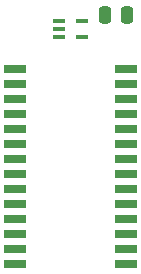
<source format=gbr>
%TF.GenerationSoftware,KiCad,Pcbnew,(6.0.11)*%
%TF.CreationDate,2024-01-03T21:38:51+00:00*%
%TF.ProjectId,BBCB-SWROM-32,42424342-2d53-4575-924f-4d2d33322e6b,rev?*%
%TF.SameCoordinates,Original*%
%TF.FileFunction,Paste,Top*%
%TF.FilePolarity,Positive*%
%FSLAX46Y46*%
G04 Gerber Fmt 4.6, Leading zero omitted, Abs format (unit mm)*
G04 Created by KiCad (PCBNEW (6.0.11)) date 2024-01-03 21:38:51*
%MOMM*%
%LPD*%
G01*
G04 APERTURE LIST*
G04 Aperture macros list*
%AMRoundRect*
0 Rectangle with rounded corners*
0 $1 Rounding radius*
0 $2 $3 $4 $5 $6 $7 $8 $9 X,Y pos of 4 corners*
0 Add a 4 corners polygon primitive as box body*
4,1,4,$2,$3,$4,$5,$6,$7,$8,$9,$2,$3,0*
0 Add four circle primitives for the rounded corners*
1,1,$1+$1,$2,$3*
1,1,$1+$1,$4,$5*
1,1,$1+$1,$6,$7*
1,1,$1+$1,$8,$9*
0 Add four rect primitives between the rounded corners*
20,1,$1+$1,$2,$3,$4,$5,0*
20,1,$1+$1,$4,$5,$6,$7,0*
20,1,$1+$1,$6,$7,$8,$9,0*
20,1,$1+$1,$8,$9,$2,$3,0*%
G04 Aperture macros list end*
%ADD10R,1.000000X0.400000*%
%ADD11R,1.922000X0.650000*%
%ADD12RoundRect,0.250000X-0.250000X-0.475000X0.250000X-0.475000X0.250000X0.475000X-0.250000X0.475000X0*%
G04 APERTURE END LIST*
D10*
%TO.C,U3*%
X152125000Y-75950000D03*
X152125000Y-76600000D03*
X152125000Y-77250000D03*
X154125000Y-77250000D03*
X154125000Y-75950000D03*
%TD*%
D11*
%TO.C,U2*%
X148411000Y-79945000D03*
X148411000Y-81215000D03*
X148411000Y-82485000D03*
X148411000Y-83755000D03*
X148411000Y-85025000D03*
X148411000Y-86295000D03*
X148411000Y-87565000D03*
X148411000Y-88835000D03*
X148411000Y-90105000D03*
X148411000Y-91375000D03*
X148411000Y-92645000D03*
X148411000Y-93915000D03*
X148411000Y-95185000D03*
X148411000Y-96455000D03*
X157839000Y-96455000D03*
X157839000Y-95185000D03*
X157839000Y-93915000D03*
X157839000Y-92645000D03*
X157839000Y-91375000D03*
X157839000Y-90105000D03*
X157839000Y-88835000D03*
X157839000Y-87565000D03*
X157839000Y-86295000D03*
X157839000Y-85025000D03*
X157839000Y-83755000D03*
X157839000Y-82485000D03*
X157839000Y-81215000D03*
X157839000Y-79945000D03*
%TD*%
D12*
%TO.C,C1*%
X156030000Y-75380000D03*
X157930000Y-75380000D03*
%TD*%
M02*

</source>
